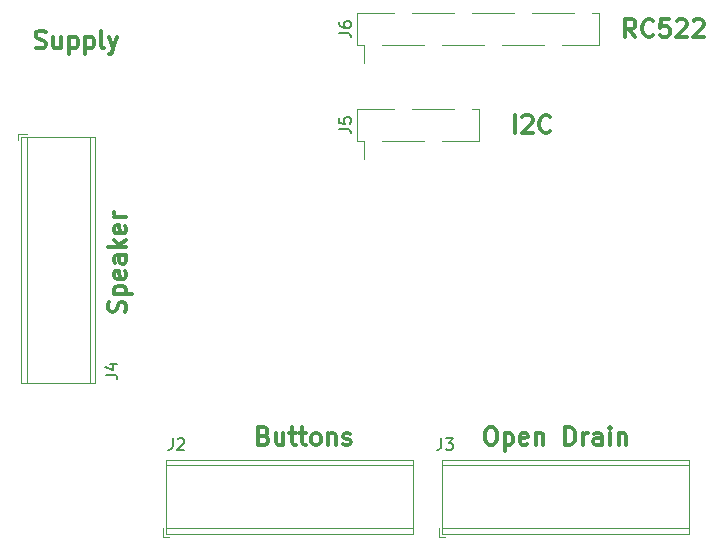
<source format=gto>
G04 #@! TF.GenerationSoftware,KiCad,Pcbnew,(6.0.6)*
G04 #@! TF.CreationDate,2022-10-01T15:18:15+02:00*
G04 #@! TF.ProjectId,Phoniebox,50686f6e-6965-4626-9f78-2e6b69636164,rev?*
G04 #@! TF.SameCoordinates,Original*
G04 #@! TF.FileFunction,Legend,Top*
G04 #@! TF.FilePolarity,Positive*
%FSLAX46Y46*%
G04 Gerber Fmt 4.6, Leading zero omitted, Abs format (unit mm)*
G04 Created by KiCad (PCBNEW (6.0.6)) date 2022-10-01 15:18:15*
%MOMM*%
%LPD*%
G01*
G04 APERTURE LIST*
%ADD10C,0.300000*%
%ADD11C,0.150000*%
%ADD12C,0.120000*%
%ADD13R,2.200000X2.200000*%
%ADD14C,2.200000*%
%ADD15R,1.000000X2.510000*%
%ADD16C,2.700000*%
%ADD17R,1.700000X1.700000*%
%ADD18O,1.700000X1.700000*%
%ADD19O,1.600000X1.000000*%
%ADD20O,2.100000X1.000000*%
%ADD21C,0.650000*%
G04 APERTURE END LIST*
D10*
X109827142Y-80342857D02*
X109898571Y-80128571D01*
X109898571Y-79771428D01*
X109827142Y-79628571D01*
X109755714Y-79557142D01*
X109612857Y-79485714D01*
X109470000Y-79485714D01*
X109327142Y-79557142D01*
X109255714Y-79628571D01*
X109184285Y-79771428D01*
X109112857Y-80057142D01*
X109041428Y-80200000D01*
X108970000Y-80271428D01*
X108827142Y-80342857D01*
X108684285Y-80342857D01*
X108541428Y-80271428D01*
X108470000Y-80200000D01*
X108398571Y-80057142D01*
X108398571Y-79700000D01*
X108470000Y-79485714D01*
X108898571Y-78842857D02*
X110398571Y-78842857D01*
X108970000Y-78842857D02*
X108898571Y-78700000D01*
X108898571Y-78414285D01*
X108970000Y-78271428D01*
X109041428Y-78200000D01*
X109184285Y-78128571D01*
X109612857Y-78128571D01*
X109755714Y-78200000D01*
X109827142Y-78271428D01*
X109898571Y-78414285D01*
X109898571Y-78700000D01*
X109827142Y-78842857D01*
X109827142Y-76914285D02*
X109898571Y-77057142D01*
X109898571Y-77342857D01*
X109827142Y-77485714D01*
X109684285Y-77557142D01*
X109112857Y-77557142D01*
X108970000Y-77485714D01*
X108898571Y-77342857D01*
X108898571Y-77057142D01*
X108970000Y-76914285D01*
X109112857Y-76842857D01*
X109255714Y-76842857D01*
X109398571Y-77557142D01*
X109898571Y-75557142D02*
X109112857Y-75557142D01*
X108970000Y-75628571D01*
X108898571Y-75771428D01*
X108898571Y-76057142D01*
X108970000Y-76200000D01*
X109827142Y-75557142D02*
X109898571Y-75700000D01*
X109898571Y-76057142D01*
X109827142Y-76200000D01*
X109684285Y-76271428D01*
X109541428Y-76271428D01*
X109398571Y-76200000D01*
X109327142Y-76057142D01*
X109327142Y-75700000D01*
X109255714Y-75557142D01*
X109898571Y-74842857D02*
X108398571Y-74842857D01*
X109327142Y-74700000D02*
X109898571Y-74271428D01*
X108898571Y-74271428D02*
X109470000Y-74842857D01*
X109827142Y-73057142D02*
X109898571Y-73200000D01*
X109898571Y-73485714D01*
X109827142Y-73628571D01*
X109684285Y-73700000D01*
X109112857Y-73700000D01*
X108970000Y-73628571D01*
X108898571Y-73485714D01*
X108898571Y-73200000D01*
X108970000Y-73057142D01*
X109112857Y-72985714D01*
X109255714Y-72985714D01*
X109398571Y-73700000D01*
X109898571Y-72342857D02*
X108898571Y-72342857D01*
X109184285Y-72342857D02*
X109041428Y-72271428D01*
X108970000Y-72200000D01*
X108898571Y-72057142D01*
X108898571Y-71914285D01*
X142807714Y-65194571D02*
X142807714Y-63694571D01*
X143450571Y-63837428D02*
X143522000Y-63766000D01*
X143664857Y-63694571D01*
X144022000Y-63694571D01*
X144164857Y-63766000D01*
X144236285Y-63837428D01*
X144307714Y-63980285D01*
X144307714Y-64123142D01*
X144236285Y-64337428D01*
X143379142Y-65194571D01*
X144307714Y-65194571D01*
X145807714Y-65051714D02*
X145736285Y-65123142D01*
X145522000Y-65194571D01*
X145379142Y-65194571D01*
X145164857Y-65123142D01*
X145022000Y-64980285D01*
X144950571Y-64837428D01*
X144879142Y-64551714D01*
X144879142Y-64337428D01*
X144950571Y-64051714D01*
X145022000Y-63908857D01*
X145164857Y-63766000D01*
X145379142Y-63694571D01*
X145522000Y-63694571D01*
X145736285Y-63766000D01*
X145807714Y-63837428D01*
X102235428Y-57964820D02*
X102449714Y-58036249D01*
X102806857Y-58036249D01*
X102949714Y-57964820D01*
X103021142Y-57893392D01*
X103092571Y-57750535D01*
X103092571Y-57607678D01*
X103021142Y-57464820D01*
X102949714Y-57393392D01*
X102806857Y-57321963D01*
X102521142Y-57250535D01*
X102378285Y-57179106D01*
X102306857Y-57107678D01*
X102235428Y-56964820D01*
X102235428Y-56821963D01*
X102306857Y-56679106D01*
X102378285Y-56607678D01*
X102521142Y-56536249D01*
X102878285Y-56536249D01*
X103092571Y-56607678D01*
X104378285Y-57036249D02*
X104378285Y-58036249D01*
X103735428Y-57036249D02*
X103735428Y-57821963D01*
X103806857Y-57964820D01*
X103949714Y-58036249D01*
X104164000Y-58036249D01*
X104306857Y-57964820D01*
X104378285Y-57893392D01*
X105092571Y-57036249D02*
X105092571Y-58536249D01*
X105092571Y-57107678D02*
X105235428Y-57036249D01*
X105521142Y-57036249D01*
X105664000Y-57107678D01*
X105735428Y-57179106D01*
X105806857Y-57321963D01*
X105806857Y-57750535D01*
X105735428Y-57893392D01*
X105664000Y-57964820D01*
X105521142Y-58036249D01*
X105235428Y-58036249D01*
X105092571Y-57964820D01*
X106449714Y-57036249D02*
X106449714Y-58536249D01*
X106449714Y-57107678D02*
X106592571Y-57036249D01*
X106878285Y-57036249D01*
X107021142Y-57107678D01*
X107092571Y-57179106D01*
X107164000Y-57321963D01*
X107164000Y-57750535D01*
X107092571Y-57893392D01*
X107021142Y-57964820D01*
X106878285Y-58036249D01*
X106592571Y-58036249D01*
X106449714Y-57964820D01*
X108021142Y-58036249D02*
X107878285Y-57964820D01*
X107806857Y-57821963D01*
X107806857Y-56536249D01*
X108449714Y-57036249D02*
X108806857Y-58036249D01*
X109164000Y-57036249D02*
X108806857Y-58036249D01*
X108664000Y-58393392D01*
X108592571Y-58464820D01*
X108449714Y-58536249D01*
X153019428Y-57066571D02*
X152519428Y-56352285D01*
X152162285Y-57066571D02*
X152162285Y-55566571D01*
X152733714Y-55566571D01*
X152876571Y-55638000D01*
X152948000Y-55709428D01*
X153019428Y-55852285D01*
X153019428Y-56066571D01*
X152948000Y-56209428D01*
X152876571Y-56280857D01*
X152733714Y-56352285D01*
X152162285Y-56352285D01*
X154519428Y-56923714D02*
X154448000Y-56995142D01*
X154233714Y-57066571D01*
X154090857Y-57066571D01*
X153876571Y-56995142D01*
X153733714Y-56852285D01*
X153662285Y-56709428D01*
X153590857Y-56423714D01*
X153590857Y-56209428D01*
X153662285Y-55923714D01*
X153733714Y-55780857D01*
X153876571Y-55638000D01*
X154090857Y-55566571D01*
X154233714Y-55566571D01*
X154448000Y-55638000D01*
X154519428Y-55709428D01*
X155876571Y-55566571D02*
X155162285Y-55566571D01*
X155090857Y-56280857D01*
X155162285Y-56209428D01*
X155305142Y-56138000D01*
X155662285Y-56138000D01*
X155805142Y-56209428D01*
X155876571Y-56280857D01*
X155948000Y-56423714D01*
X155948000Y-56780857D01*
X155876571Y-56923714D01*
X155805142Y-56995142D01*
X155662285Y-57066571D01*
X155305142Y-57066571D01*
X155162285Y-56995142D01*
X155090857Y-56923714D01*
X156519428Y-55709428D02*
X156590857Y-55638000D01*
X156733714Y-55566571D01*
X157090857Y-55566571D01*
X157233714Y-55638000D01*
X157305142Y-55709428D01*
X157376571Y-55852285D01*
X157376571Y-55995142D01*
X157305142Y-56209428D01*
X156448000Y-57066571D01*
X157376571Y-57066571D01*
X157948000Y-55709428D02*
X158019428Y-55638000D01*
X158162285Y-55566571D01*
X158519428Y-55566571D01*
X158662285Y-55638000D01*
X158733714Y-55709428D01*
X158805142Y-55852285D01*
X158805142Y-55995142D01*
X158733714Y-56209428D01*
X157876571Y-57066571D01*
X158805142Y-57066571D01*
X121575142Y-90824857D02*
X121789428Y-90896285D01*
X121860857Y-90967714D01*
X121932285Y-91110571D01*
X121932285Y-91324857D01*
X121860857Y-91467714D01*
X121789428Y-91539142D01*
X121646571Y-91610571D01*
X121075142Y-91610571D01*
X121075142Y-90110571D01*
X121575142Y-90110571D01*
X121718000Y-90182000D01*
X121789428Y-90253428D01*
X121860857Y-90396285D01*
X121860857Y-90539142D01*
X121789428Y-90682000D01*
X121718000Y-90753428D01*
X121575142Y-90824857D01*
X121075142Y-90824857D01*
X123218000Y-90610571D02*
X123218000Y-91610571D01*
X122575142Y-90610571D02*
X122575142Y-91396285D01*
X122646571Y-91539142D01*
X122789428Y-91610571D01*
X123003714Y-91610571D01*
X123146571Y-91539142D01*
X123218000Y-91467714D01*
X123718000Y-90610571D02*
X124289428Y-90610571D01*
X123932285Y-90110571D02*
X123932285Y-91396285D01*
X124003714Y-91539142D01*
X124146571Y-91610571D01*
X124289428Y-91610571D01*
X124575142Y-90610571D02*
X125146571Y-90610571D01*
X124789428Y-90110571D02*
X124789428Y-91396285D01*
X124860857Y-91539142D01*
X125003714Y-91610571D01*
X125146571Y-91610571D01*
X125860857Y-91610571D02*
X125718000Y-91539142D01*
X125646571Y-91467714D01*
X125575142Y-91324857D01*
X125575142Y-90896285D01*
X125646571Y-90753428D01*
X125718000Y-90682000D01*
X125860857Y-90610571D01*
X126075142Y-90610571D01*
X126218000Y-90682000D01*
X126289428Y-90753428D01*
X126360857Y-90896285D01*
X126360857Y-91324857D01*
X126289428Y-91467714D01*
X126218000Y-91539142D01*
X126075142Y-91610571D01*
X125860857Y-91610571D01*
X127003714Y-90610571D02*
X127003714Y-91610571D01*
X127003714Y-90753428D02*
X127075142Y-90682000D01*
X127218000Y-90610571D01*
X127432285Y-90610571D01*
X127575142Y-90682000D01*
X127646571Y-90824857D01*
X127646571Y-91610571D01*
X128289428Y-91539142D02*
X128432285Y-91610571D01*
X128718000Y-91610571D01*
X128860857Y-91539142D01*
X128932285Y-91396285D01*
X128932285Y-91324857D01*
X128860857Y-91182000D01*
X128718000Y-91110571D01*
X128503714Y-91110571D01*
X128360857Y-91039142D01*
X128289428Y-90896285D01*
X128289428Y-90824857D01*
X128360857Y-90682000D01*
X128503714Y-90610571D01*
X128718000Y-90610571D01*
X128860857Y-90682000D01*
X140661142Y-90110571D02*
X140946857Y-90110571D01*
X141089714Y-90182000D01*
X141232571Y-90324857D01*
X141304000Y-90610571D01*
X141304000Y-91110571D01*
X141232571Y-91396285D01*
X141089714Y-91539142D01*
X140946857Y-91610571D01*
X140661142Y-91610571D01*
X140518285Y-91539142D01*
X140375428Y-91396285D01*
X140304000Y-91110571D01*
X140304000Y-90610571D01*
X140375428Y-90324857D01*
X140518285Y-90182000D01*
X140661142Y-90110571D01*
X141946857Y-90610571D02*
X141946857Y-92110571D01*
X141946857Y-90682000D02*
X142089714Y-90610571D01*
X142375428Y-90610571D01*
X142518285Y-90682000D01*
X142589714Y-90753428D01*
X142661142Y-90896285D01*
X142661142Y-91324857D01*
X142589714Y-91467714D01*
X142518285Y-91539142D01*
X142375428Y-91610571D01*
X142089714Y-91610571D01*
X141946857Y-91539142D01*
X143875428Y-91539142D02*
X143732571Y-91610571D01*
X143446857Y-91610571D01*
X143304000Y-91539142D01*
X143232571Y-91396285D01*
X143232571Y-90824857D01*
X143304000Y-90682000D01*
X143446857Y-90610571D01*
X143732571Y-90610571D01*
X143875428Y-90682000D01*
X143946857Y-90824857D01*
X143946857Y-90967714D01*
X143232571Y-91110571D01*
X144589714Y-90610571D02*
X144589714Y-91610571D01*
X144589714Y-90753428D02*
X144661142Y-90682000D01*
X144804000Y-90610571D01*
X145018285Y-90610571D01*
X145161142Y-90682000D01*
X145232571Y-90824857D01*
X145232571Y-91610571D01*
X147089714Y-91610571D02*
X147089714Y-90110571D01*
X147446857Y-90110571D01*
X147661142Y-90182000D01*
X147804000Y-90324857D01*
X147875428Y-90467714D01*
X147946857Y-90753428D01*
X147946857Y-90967714D01*
X147875428Y-91253428D01*
X147804000Y-91396285D01*
X147661142Y-91539142D01*
X147446857Y-91610571D01*
X147089714Y-91610571D01*
X148589714Y-91610571D02*
X148589714Y-90610571D01*
X148589714Y-90896285D02*
X148661142Y-90753428D01*
X148732571Y-90682000D01*
X148875428Y-90610571D01*
X149018285Y-90610571D01*
X150161142Y-91610571D02*
X150161142Y-90824857D01*
X150089714Y-90682000D01*
X149946857Y-90610571D01*
X149661142Y-90610571D01*
X149518285Y-90682000D01*
X150161142Y-91539142D02*
X150018285Y-91610571D01*
X149661142Y-91610571D01*
X149518285Y-91539142D01*
X149446857Y-91396285D01*
X149446857Y-91253428D01*
X149518285Y-91110571D01*
X149661142Y-91039142D01*
X150018285Y-91039142D01*
X150161142Y-90967714D01*
X150875428Y-91610571D02*
X150875428Y-90610571D01*
X150875428Y-90110571D02*
X150804000Y-90182000D01*
X150875428Y-90253428D01*
X150946857Y-90182000D01*
X150875428Y-90110571D01*
X150875428Y-90253428D01*
X151589714Y-90610571D02*
X151589714Y-91610571D01*
X151589714Y-90753428D02*
X151661142Y-90682000D01*
X151804000Y-90610571D01*
X152018285Y-90610571D01*
X152161142Y-90682000D01*
X152232571Y-90824857D01*
X152232571Y-91610571D01*
D11*
X108164380Y-85677333D02*
X108878666Y-85677333D01*
X109021523Y-85724952D01*
X109116761Y-85820190D01*
X109164380Y-85963047D01*
X109164380Y-86058285D01*
X108497714Y-84772571D02*
X109164380Y-84772571D01*
X108116761Y-85010666D02*
X108831047Y-85248761D01*
X108831047Y-84629714D01*
X127932380Y-64849333D02*
X128646666Y-64849333D01*
X128789523Y-64896952D01*
X128884761Y-64992190D01*
X128932380Y-65135047D01*
X128932380Y-65230285D01*
X127932380Y-63896952D02*
X127932380Y-64373142D01*
X128408571Y-64420761D01*
X128360952Y-64373142D01*
X128313333Y-64277904D01*
X128313333Y-64039809D01*
X128360952Y-63944571D01*
X128408571Y-63896952D01*
X128503809Y-63849333D01*
X128741904Y-63849333D01*
X128837142Y-63896952D01*
X128884761Y-63944571D01*
X128932380Y-64039809D01*
X128932380Y-64277904D01*
X128884761Y-64373142D01*
X128837142Y-64420761D01*
X127932380Y-56721333D02*
X128646666Y-56721333D01*
X128789523Y-56768952D01*
X128884761Y-56864190D01*
X128932380Y-57007047D01*
X128932380Y-57102285D01*
X127932380Y-55816571D02*
X127932380Y-56007047D01*
X127980000Y-56102285D01*
X128027619Y-56149904D01*
X128170476Y-56245142D01*
X128360952Y-56292761D01*
X128741904Y-56292761D01*
X128837142Y-56245142D01*
X128884761Y-56197523D01*
X128932380Y-56102285D01*
X128932380Y-55911809D01*
X128884761Y-55816571D01*
X128837142Y-55768952D01*
X128741904Y-55721333D01*
X128503809Y-55721333D01*
X128408571Y-55768952D01*
X128360952Y-55816571D01*
X128313333Y-55911809D01*
X128313333Y-56102285D01*
X128360952Y-56197523D01*
X128408571Y-56245142D01*
X128503809Y-56292761D01*
X113839666Y-91019380D02*
X113839666Y-91733666D01*
X113792047Y-91876523D01*
X113696809Y-91971761D01*
X113553952Y-92019380D01*
X113458714Y-92019380D01*
X114268238Y-91114619D02*
X114315857Y-91067000D01*
X114411095Y-91019380D01*
X114649190Y-91019380D01*
X114744428Y-91067000D01*
X114792047Y-91114619D01*
X114839666Y-91209857D01*
X114839666Y-91305095D01*
X114792047Y-91447952D01*
X114220619Y-92019380D01*
X114839666Y-92019380D01*
X136572666Y-91019380D02*
X136572666Y-91733666D01*
X136525047Y-91876523D01*
X136429809Y-91971761D01*
X136286952Y-92019380D01*
X136191714Y-92019380D01*
X136953619Y-91019380D02*
X137572666Y-91019380D01*
X137239333Y-91400333D01*
X137382190Y-91400333D01*
X137477428Y-91447952D01*
X137525047Y-91495571D01*
X137572666Y-91590809D01*
X137572666Y-91828904D01*
X137525047Y-91924142D01*
X137477428Y-91971761D01*
X137382190Y-92019380D01*
X137096476Y-92019380D01*
X137001238Y-91971761D01*
X136953619Y-91924142D01*
D12*
X107300000Y-65496000D02*
X107300000Y-86397000D01*
X100980000Y-65496000D02*
X100980000Y-86397000D01*
X107300000Y-65496000D02*
X100980000Y-65496000D01*
X101480000Y-65256000D02*
X100740000Y-65256000D01*
X101540000Y-65496000D02*
X101540000Y-86397000D01*
X100740000Y-65256000D02*
X100740000Y-65756000D01*
X107300000Y-86397000D02*
X100980000Y-86397000D01*
X106840000Y-65496000D02*
X106840000Y-86397000D01*
X129480000Y-65846000D02*
X130050000Y-65846000D01*
X131570000Y-65846000D02*
X135130000Y-65846000D01*
X136650000Y-65846000D02*
X139760000Y-65846000D01*
X139190000Y-63186000D02*
X139760000Y-63186000D01*
X129480000Y-65846000D02*
X129480000Y-63186000D01*
X139760000Y-65846000D02*
X139760000Y-63186000D01*
X129480000Y-63186000D02*
X132590000Y-63186000D01*
X134110000Y-63186000D02*
X137670000Y-63186000D01*
X130050000Y-65846000D02*
X130050000Y-67366000D01*
X129480000Y-57718000D02*
X129480000Y-55058000D01*
X130050000Y-57718000D02*
X130050000Y-59238000D01*
X129480000Y-55058000D02*
X132590000Y-55058000D01*
X141730000Y-57718000D02*
X145290000Y-57718000D01*
X146810000Y-57718000D02*
X149920000Y-57718000D01*
X139190000Y-55058000D02*
X142750000Y-55058000D01*
X134110000Y-55058000D02*
X137670000Y-55058000D01*
X131570000Y-57718000D02*
X135130000Y-57718000D01*
X149920000Y-57718000D02*
X149920000Y-55058000D01*
X144270000Y-55058000D02*
X147830000Y-55058000D01*
X136650000Y-57718000D02*
X140210000Y-57718000D01*
X149350000Y-55058000D02*
X149920000Y-55058000D01*
X129480000Y-57718000D02*
X130050000Y-57718000D01*
X113008000Y-98672000D02*
X113008000Y-99412000D01*
X113248000Y-98612000D02*
X134149000Y-98612000D01*
X113248000Y-92852000D02*
X113248000Y-99172000D01*
X113248000Y-93312000D02*
X134149000Y-93312000D01*
X134149000Y-92852000D02*
X134149000Y-99172000D01*
X113248000Y-99172000D02*
X134149000Y-99172000D01*
X113248000Y-92852000D02*
X134149000Y-92852000D01*
X113008000Y-99412000D02*
X113508000Y-99412000D01*
X136376000Y-99412000D02*
X136876000Y-99412000D01*
X136616000Y-99172000D02*
X157517000Y-99172000D01*
X136376000Y-98672000D02*
X136376000Y-99412000D01*
X136616000Y-92852000D02*
X136616000Y-99172000D01*
X136616000Y-92852000D02*
X157517000Y-92852000D01*
X157517000Y-92852000D02*
X157517000Y-99172000D01*
X136616000Y-93312000D02*
X157517000Y-93312000D01*
X136616000Y-98612000D02*
X157517000Y-98612000D01*
%LPC*%
D13*
X104140000Y-67056000D03*
D14*
X104140000Y-69596000D03*
X104140000Y-72136000D03*
X104140000Y-74676000D03*
X104140000Y-77216000D03*
X104140000Y-79756000D03*
X104140000Y-82296000D03*
X104140000Y-84836000D03*
D15*
X130810000Y-66171000D03*
X133350000Y-62861000D03*
X135890000Y-66171000D03*
X138430000Y-62861000D03*
X130810000Y-58043000D03*
X133350000Y-54733000D03*
X135890000Y-58043000D03*
X138430000Y-54733000D03*
X140970000Y-58043000D03*
X143510000Y-54733000D03*
X146050000Y-58043000D03*
X148590000Y-54733000D03*
D16*
X161500000Y-47500000D03*
X103500000Y-96500000D03*
X103500000Y-47500000D03*
X161500000Y-96500000D03*
D13*
X114808000Y-96012000D03*
D14*
X117348000Y-96012000D03*
X119888000Y-96012000D03*
X122428000Y-96012000D03*
X124968000Y-96012000D03*
X127508000Y-96012000D03*
X130048000Y-96012000D03*
X132588000Y-96012000D03*
D13*
X138176000Y-96012000D03*
D14*
X140716000Y-96012000D03*
X143256000Y-96012000D03*
X145796000Y-96012000D03*
X148336000Y-96012000D03*
X150876000Y-96012000D03*
X153416000Y-96012000D03*
X155956000Y-96012000D03*
D17*
X108370000Y-48770000D03*
D18*
X108370000Y-46230000D03*
X110910000Y-48770000D03*
X110910000Y-46230000D03*
X113450000Y-48770000D03*
X113450000Y-46230000D03*
X115990000Y-48770000D03*
X115990000Y-46230000D03*
X118530000Y-48770000D03*
X118530000Y-46230000D03*
X121070000Y-48770000D03*
X121070000Y-46230000D03*
X123610000Y-48770000D03*
X123610000Y-46230000D03*
X126150000Y-48770000D03*
X126150000Y-46230000D03*
X128690000Y-48770000D03*
X128690000Y-46230000D03*
X131230000Y-48770000D03*
X131230000Y-46230000D03*
X133770000Y-48770000D03*
X133770000Y-46230000D03*
X136310000Y-48770000D03*
X136310000Y-46230000D03*
X138850000Y-48770000D03*
X138850000Y-46230000D03*
X141390000Y-48770000D03*
X141390000Y-46230000D03*
X143930000Y-48770000D03*
X143930000Y-46230000D03*
X146470000Y-48770000D03*
X146470000Y-46230000D03*
X149010000Y-48770000D03*
X149010000Y-46230000D03*
X151550000Y-48770000D03*
X151550000Y-46230000D03*
X154090000Y-48770000D03*
X154090000Y-46230000D03*
X156630000Y-48770000D03*
X156630000Y-46230000D03*
D19*
X103090000Y-53084000D03*
D20*
X107270000Y-53084000D03*
D19*
X103090000Y-61724000D03*
D20*
X107270000Y-61724000D03*
D21*
X106740000Y-60294000D03*
X106740000Y-54514000D03*
M02*

</source>
